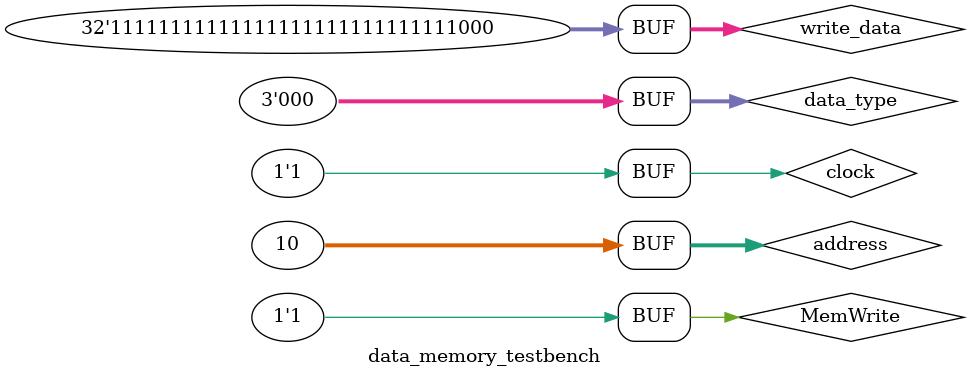
<source format=v>
`define DELAY 20
module data_memory_testbench();

reg MemWrite,clock;

reg [31:0] address,write_data;

reg [2:0] data_type;

wire [31:0] ReadData;

data_memory hatb(address,write_data,MemWrite,ReadData,data_type,clock);

initial begin

address= 32'b00000000000000000000000000001010;
write_data = 32'b11111111111111111111111111111111;
MemWrite = 1'b0;
data_type = 2'b00;
clock = 1'b0;

#20
address= 32'b00000000000000000000000000001010;
write_data = 32'b11111111111111111111111111111111;
MemWrite = 1'b0;
data_type = 2'b01;
clock = 1'b1;

#20
address= 32'b00000000000000000000000000001010;
write_data = 32'b11111111111111111111111111111111;
MemWrite = 1'b0;
data_type = 2'b10;
clock = 1'b1;

#20
address= 32'b00000000000000000000000000001010;
write_data = 32'b11111111111111111111111111111111;
MemWrite = 1'b1;
data_type = 2'b11;
clock = 1'b0;

#20
address= 32'b00000000000000000000000000001010;
write_data = 32'b11111111111111111111111111111000;
MemWrite = 1'b1;
data_type = 2'b00;
clock = 1'b1;



end
 
 
initial
begin
$monitor("time = %2d, address=%32b write_data=%32b  MemWrite=%1b, data_type=%1b, clock=%1b, read_data=%32b", $time,address,write_data,MemWrite,data_type,clock,ReadData);
end
 
endmodule

</source>
